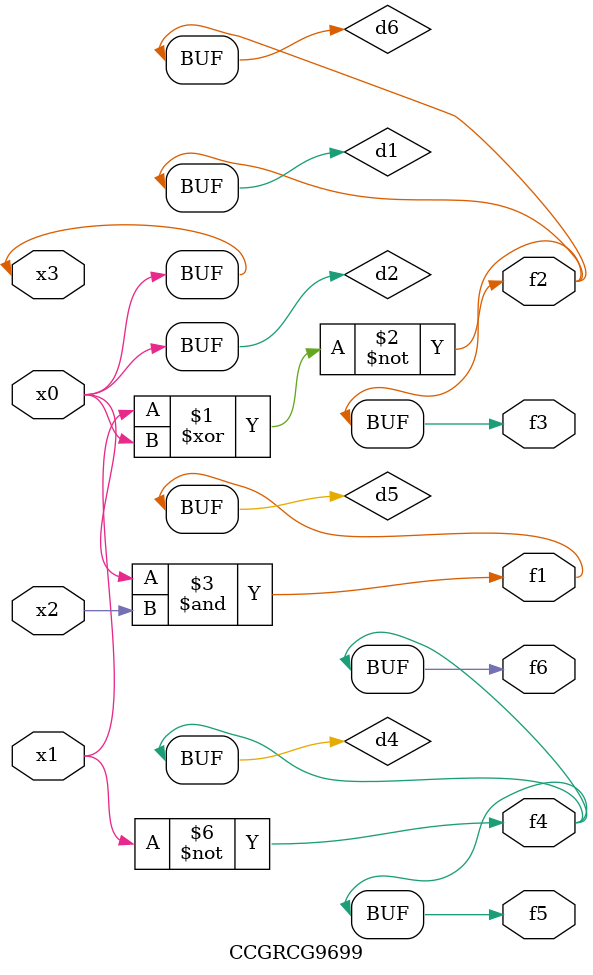
<source format=v>
module CCGRCG9699(
	input x0, x1, x2, x3,
	output f1, f2, f3, f4, f5, f6
);

	wire d1, d2, d3, d4, d5, d6;

	xnor (d1, x1, x3);
	buf (d2, x0, x3);
	nand (d3, x0, x2);
	not (d4, x1);
	nand (d5, d3);
	or (d6, d1);
	assign f1 = d5;
	assign f2 = d6;
	assign f3 = d6;
	assign f4 = d4;
	assign f5 = d4;
	assign f6 = d4;
endmodule

</source>
